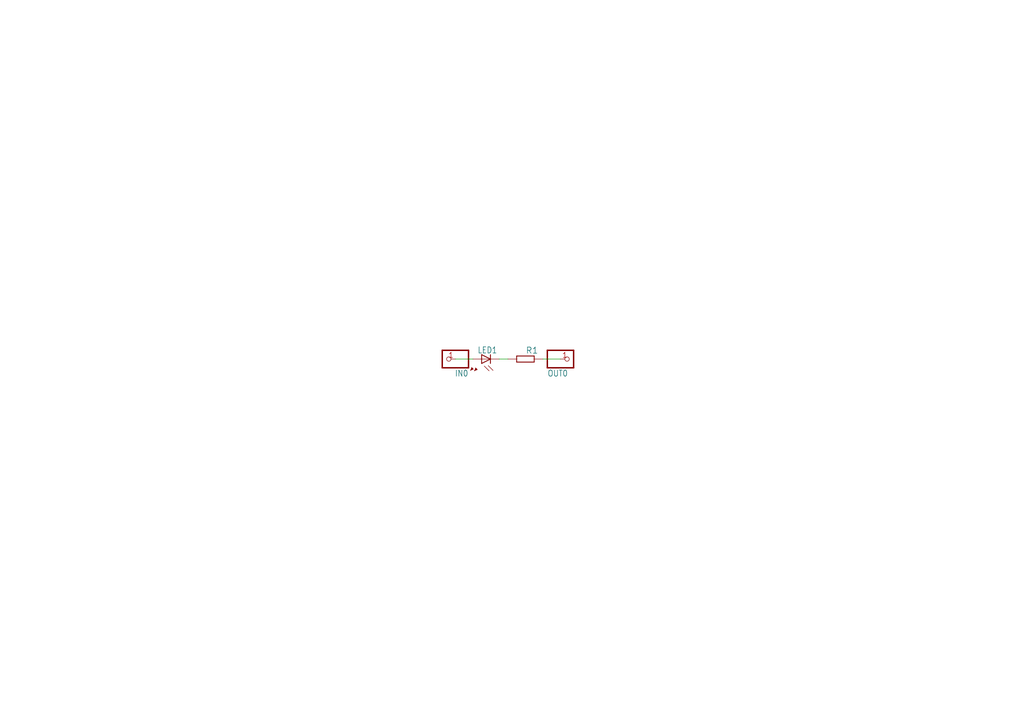
<source format=kicad_sch>
(kicad_sch (version 20250114) (generator "eeschema") (generator_version "9.0")
  (paper "A4")
  (lib_symbols
    (symbol "single_LED-eagle-import:LED-0805"
      (property "Reference" "LED" (at 3.556 -4.572 90))
      (symbol "LED-0805_1_0"
        (polyline (pts (xy -3.429 2.159) (xy -3.048 1.27) (xy -2.54 1.778)) (stroke (width 0.1524)) (fill (type outline)))
        (polyline (pts (xy -3.302 3.302) (xy -2.921 2.413) (xy -2.413 2.921)) (stroke (width 0.1524)) (fill (type outline)))
        (polyline (pts (xy -2.032 -0.762) (xy -3.429 -2.159)) (stroke (width 0.1524)))
        (polyline (pts (xy -1.905 -1.905) (xy -3.302 -3.302)) (stroke (width 0.1524)))
        (polyline (pts (xy 0 0) (xy -1.27 0)) (stroke (width 0.254)))
        (polyline (pts (xy 0 0) (xy 0 -2.54)) (stroke (width 0.1524)))
        (polyline (pts (xy 0 -2.54) (xy -1.27 0)) (stroke (width 0.254)))
        (polyline (pts (xy 0 -2.54) (xy -1.27 -2.54)) (stroke (width 0.254)))
        (polyline (pts (xy 1.27 0) (xy 0 0)) (stroke (width 0.254)))
        (polyline (pts (xy 1.27 0) (xy 0 -2.54)) (stroke (width 0.254)))
        (polyline (pts (xy 1.27 -2.54) (xy 0 -2.54)) (stroke (width 0.254)))
        (pin passive line (at 0 2.54 270) (length 2.54) (name "A") (number "A"))
        (pin passive line (at 0 -5.08 90) (length 2.54) (name "C") (number "C"))
      )
    )
    (symbol "single_LED-eagle-import:PINHD-1X1CB"
      (property "Reference" "JP" (at -6.35 3.175 0))
      (symbol "PINHD-1X1CB_1_0"
        (polyline (pts (xy -6.35 2.54) (xy -6.35 -2.54)) (stroke (width 0.4064)))
        (polyline (pts (xy -6.35 -2.54) (xy 1.27 -2.54)) (stroke (width 0.4064)))
        (polyline (pts (xy 1.27 2.54) (xy -6.35 2.54)) (stroke (width 0.4064)))
        (polyline (pts (xy 1.27 -2.54) (xy 1.27 2.54)) (stroke (width 0.4064)))
        (pin passive inverted (at -2.54 0 0) (length 2.54) (name "1") (number "1"))
      )
    )
    (symbol "single_LED-eagle-import:RESISTOR-0805"
      (property "Reference" "R" (at -3.81 1.4986 0))
      (symbol "RESISTOR-0805_1_0"
        (polyline (pts (xy -2.54 -0.889) (xy -2.54 0.889)) (stroke (width 0.254)))
        (polyline (pts (xy -2.54 -0.889) (xy 2.54 -0.889)) (stroke (width 0.254)))
        (polyline (pts (xy 2.54 0.889) (xy -2.54 0.889)) (stroke (width 0.254)))
        (polyline (pts (xy 2.54 -0.889) (xy 2.54 0.889)) (stroke (width 0.254)))
        (pin passive line (at -5.08 0 0) (length 2.54) (name "1") (number "1"))
        (pin passive line (at 5.08 0 180) (length 2.54) (name "2") (number "2"))
      )
    )
  )
  (wire (pts (xy 162.56 104.14) (xy 157.48 104.14)) (stroke (width 0.1524)))
  (wire (pts (xy 147.32 104.14) (xy 144.78 104.14)) (stroke (width 0.1524)))
  (wire (pts (xy 132.08 104.14) (xy 137.16 104.14)) (stroke (width 0.1524)))
  (symbol (lib_id "single_LED-eagle-import:PINHD-1X1CB") (at 129.54 104.14 180) (unit 1)
    (property "Reference" "IN0" (at 135.89 107.315 0) (effects (font (size 1.778 1.5113)) (justify left bottom)))
    (property "Value" "PINHD-1X1CB" (effects (hide yes)))
    (property "Footprint" "single_LED:1X01-CLEANBIG" (effects (hide yes)))
  )
  (symbol (lib_id "single_LED-eagle-import:PINHD-1X1CB") (at 165.1 104.14 0) (mirror x) (unit 1)
    (property "Reference" "OUT0" (at 158.75 107.315 0) (effects (font (size 1.778 1.5113)) (justify left bottom)))
    (property "Value" "PINHD-1X1CB" (effects (hide yes)))
    (property "Footprint" "single_LED:1X01-CLEANBIG" (effects (hide yes)))
  )
  (symbol (lib_id "single_LED-eagle-import:RESISTOR-0805") (at 152.4 104.14 0) (mirror y) (unit 1)
    (property "Reference" "R1" (at 156.21 102.6414 0) (effects (font (size 1.778 1.778)) (justify left bottom)))
    (property "Value" "RESISTOR-0805" (effects (hide yes)))
    (property "Footprint" "single_LED:R805" (effects (hide yes)))
  )
  (symbol (lib_id "single_LED-eagle-import:LED-0805") (at 139.7 104.14 90) (unit 1)
    (property "Reference" "LED1" (at 144.272 100.584 90) (effects (font (size 1.778 1.5113)) (justify left bottom)))
    (property "Value" "LED-0805" (effects (hide yes)))
    (property "Footprint" "single_LED:LED-805" (effects (hide yes)))
  )
)
</source>
